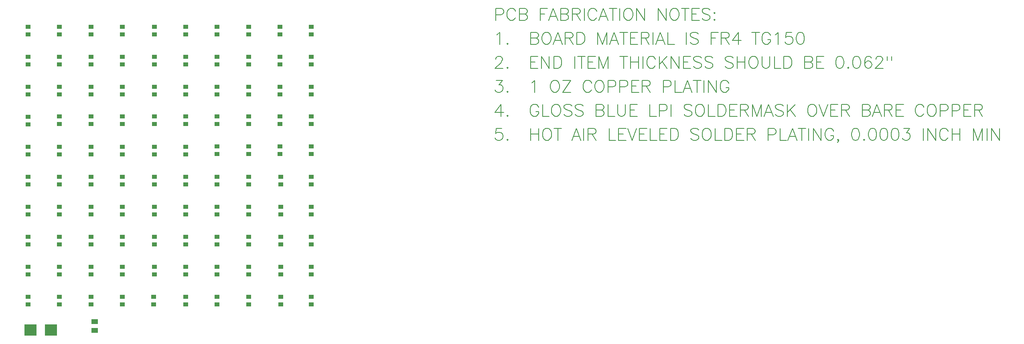
<source format=gbp>
G04 CAM350 V10.1.0 (Build 363) Date:  Mon Jun 15 21:36:37 2015 *
G04 Database: (Untitled) *
G04 Layer 3: PCB1.GBP *
%FSLAX25Y25*%
%MOIN*%
%SFA1.000B1.000*%

%MIA0B0*%
%IPPOS*%
%ADD20R,0.09850X0.09500*%
%ADD45R,0.03937X0.03743*%
%ADD46R,0.05512X0.04134*%
%ADD53C,0.00800*%
%LNPCB1.GBP*%
%LPD*%
G54D20*
X152000Y214000D03*
X135000D03*
G54D45*
X238000Y441650D03*
Y435350D03*
X133000Y460350D03*
Y466650D03*
Y435350D03*
Y441650D03*
Y410350D03*
Y416650D03*
Y385350D03*
Y391650D03*
Y360350D03*
Y366650D03*
Y335350D03*
Y341650D03*
Y310350D03*
Y316650D03*
Y285350D03*
Y291650D03*
Y260350D03*
Y266650D03*
Y235350D03*
Y241650D03*
X159000Y460350D03*
Y466650D03*
Y435350D03*
Y441650D03*
Y410350D03*
Y416650D03*
Y385850D03*
Y392150D03*
Y360350D03*
Y366650D03*
Y335350D03*
Y341650D03*
Y310350D03*
Y316650D03*
Y285350D03*
Y291650D03*
Y260350D03*
Y266650D03*
Y235350D03*
Y241650D03*
X185500Y460350D03*
Y466650D03*
Y435350D03*
Y441650D03*
Y410350D03*
Y416650D03*
Y385850D03*
Y392150D03*
Y360350D03*
Y366650D03*
Y335350D03*
Y341650D03*
Y310350D03*
Y316650D03*
Y285350D03*
Y291650D03*
Y260350D03*
Y266650D03*
Y235350D03*
Y241650D03*
X211500Y460350D03*
Y466650D03*
Y435350D03*
Y441650D03*
Y410350D03*
Y416650D03*
Y385850D03*
Y392150D03*
Y360350D03*
Y366650D03*
Y335350D03*
Y341650D03*
Y310350D03*
Y316650D03*
Y285350D03*
Y291650D03*
Y260350D03*
Y266650D03*
Y235350D03*
Y241650D03*
X238000Y460350D03*
Y466650D03*
Y410350D03*
Y416650D03*
Y385850D03*
Y392150D03*
Y360350D03*
Y366650D03*
Y335350D03*
Y341650D03*
Y310350D03*
Y316650D03*
Y285350D03*
Y291650D03*
Y260350D03*
Y266650D03*
X237500Y235350D03*
Y241650D03*
X264000Y460350D03*
Y466650D03*
Y435350D03*
Y441650D03*
Y410350D03*
Y416650D03*
Y385850D03*
Y392150D03*
Y360350D03*
Y366650D03*
Y335350D03*
Y341650D03*
Y310350D03*
Y316650D03*
Y285350D03*
Y291650D03*
Y260350D03*
Y266650D03*
Y235350D03*
Y241650D03*
X290000Y460350D03*
Y466650D03*
Y435350D03*
Y441650D03*
Y410350D03*
Y416650D03*
Y385850D03*
Y392150D03*
Y360850D03*
Y367150D03*
Y335350D03*
Y341650D03*
Y310350D03*
Y316650D03*
Y285350D03*
Y291650D03*
Y260350D03*
Y266650D03*
Y235350D03*
Y241650D03*
X316500Y460350D03*
Y466650D03*
Y435350D03*
Y441650D03*
Y410350D03*
Y416650D03*
Y385850D03*
Y392150D03*
Y360850D03*
Y367150D03*
Y335350D03*
Y341650D03*
Y310350D03*
Y316650D03*
Y285350D03*
Y291650D03*
Y260350D03*
Y266650D03*
Y235350D03*
Y241650D03*
X342500Y460350D03*
Y466650D03*
Y435350D03*
Y441650D03*
Y410350D03*
Y416650D03*
Y385850D03*
Y392150D03*
Y360850D03*
Y367150D03*
X343000Y335350D03*
Y341650D03*
Y310350D03*
Y316650D03*
Y285350D03*
Y291650D03*
Y260350D03*
Y266650D03*
Y235350D03*
Y241650D03*
X368500Y460350D03*
Y466650D03*
Y435350D03*
Y441650D03*
Y410350D03*
Y416650D03*
Y385850D03*
Y392150D03*
Y360850D03*
Y367150D03*
Y335350D03*
Y341650D03*
Y310350D03*
Y316650D03*
Y285350D03*
Y291650D03*
Y260350D03*
Y266650D03*
Y235350D03*
Y241650D03*
G54D46*
X188500Y213760D03*
Y221240D03*
G54D53*
G01X521755Y482064D02*
Y472220D01*
Y482064D02*
X525974D01*
X527380Y481595D01*
X527849Y481126D01*
X528317Y480189D01*
Y478782D01*
X527849Y477845D01*
X527380Y477376D01*
X525974Y476907D01*
X521755D01*
X538161Y479720D02*
X537692Y480657D01*
X536755Y481595D01*
X535817Y482064D01*
X533942D01*
X533005Y481595D01*
X532067Y480657D01*
X531599Y479720D01*
X531130Y478314D01*
Y475970D01*
X531599Y474564D01*
X532067Y473626D01*
X533005Y472689D01*
X533942Y472220D01*
X535817D01*
X536755Y472689D01*
X537692Y473626D01*
X538161Y474564D01*
X541442Y482064D02*
Y472220D01*
Y482064D02*
X545661D01*
X547067Y481595D01*
X547536Y481126D01*
X548005Y480189D01*
Y479251D01*
X547536Y478314D01*
X547067Y477845D01*
X545661Y477376D01*
X541442D02*
X545661D01*
X547067Y476907D01*
X547536Y476439D01*
X548005Y475501D01*
Y474095D01*
X547536Y473157D01*
X547067Y472689D01*
X545661Y472220D01*
X541442D01*
X558786Y482064D02*
Y472220D01*
Y482064D02*
X564880D01*
X558786Y477376D02*
X562536D01*
X569567Y482064D02*
X565817Y472220D01*
X569567Y482064D02*
X573317Y472220D01*
X567224Y475501D02*
X571911D01*
X575661Y482064D02*
Y472220D01*
Y482064D02*
X579880D01*
X581286Y481595D01*
X581755Y481126D01*
X582224Y480189D01*
Y479251D01*
X581755Y478314D01*
X581286Y477845D01*
X579880Y477376D01*
X575661D02*
X579880D01*
X581286Y476907D01*
X581755Y476439D01*
X582224Y475501D01*
Y474095D01*
X581755Y473157D01*
X581286Y472689D01*
X579880Y472220D01*
X575661D01*
X585505Y482064D02*
Y472220D01*
Y482064D02*
X589724D01*
X591130Y481595D01*
X591599Y481126D01*
X592067Y480189D01*
Y479251D01*
X591599Y478314D01*
X591130Y477845D01*
X589724Y477376D01*
X585505D01*
X588786D02*
X592067Y472220D01*
X595349Y482064D02*
Y472220D01*
X605661Y479720D02*
X605192Y480657D01*
X604255Y481595D01*
X603317Y482064D01*
X601442D01*
X600505Y481595D01*
X599567Y480657D01*
X599099Y479720D01*
X598630Y478314D01*
Y475970D01*
X599099Y474564D01*
X599567Y473626D01*
X600505Y472689D01*
X601442Y472220D01*
X603317D01*
X604255Y472689D01*
X605192Y473626D01*
X605661Y474564D01*
X611286Y482064D02*
X607536Y472220D01*
X611286Y482064D02*
X615036Y472220D01*
X608942Y475501D02*
X613630D01*
X619255Y482064D02*
Y472220D01*
X615974Y482064D02*
X622536D01*
X624880D02*
Y472220D01*
X630974Y482064D02*
X630036Y481595D01*
X629099Y480657D01*
X628630Y479720D01*
X628161Y478314D01*
Y475970D01*
X628630Y474564D01*
X629099Y473626D01*
X630036Y472689D01*
X630974Y472220D01*
X632849D01*
X633786Y472689D01*
X634724Y473626D01*
X635192Y474564D01*
X635661Y475970D01*
Y478314D01*
X635192Y479720D01*
X634724Y480657D01*
X633786Y481595D01*
X632849Y482064D01*
X630974D01*
X638942D02*
Y472220D01*
Y482064D02*
X645505Y472220D01*
Y482064D02*
Y472220D01*
X656755Y482064D02*
Y472220D01*
Y482064D02*
X663317Y472220D01*
Y482064D02*
Y472220D01*
X669411Y482064D02*
X668474Y481595D01*
X667536Y480657D01*
X667067Y479720D01*
X666599Y478314D01*
Y475970D01*
X667067Y474564D01*
X667536Y473626D01*
X668474Y472689D01*
X669411Y472220D01*
X671286D01*
X672224Y472689D01*
X673161Y473626D01*
X673630Y474564D01*
X674099Y475970D01*
Y478314D01*
X673630Y479720D01*
X673161Y480657D01*
X672224Y481595D01*
X671286Y482064D01*
X669411D01*
X679255D02*
Y472220D01*
X675974Y482064D02*
X682536D01*
X684880D02*
Y472220D01*
Y482064D02*
X690974D01*
X684880Y477376D02*
X688630D01*
X684880Y472220D02*
X690974D01*
X699880Y480657D02*
X698942Y481595D01*
X697536Y482064D01*
X695661D01*
X694255Y481595D01*
X693317Y480657D01*
Y479720D01*
X693786Y478782D01*
X694255Y478314D01*
X695192Y477845D01*
X698005Y476907D01*
X698942Y476439D01*
X699411Y475970D01*
X699880Y475032D01*
Y473626D01*
X698942Y472689D01*
X697536Y472220D01*
X695661D01*
X694255Y472689D01*
X693317Y473626D01*
X703630Y478782D02*
X703161Y478314D01*
X703630Y477845D01*
X704099Y478314D01*
X703630Y478782D01*
Y473157D02*
X703161Y472689D01*
X703630Y472220D01*
X704099Y472689D01*
X703630Y473157D01*
X522692Y460189D02*
X523630Y460657D01*
X525036Y462064D01*
Y452220D01*
X531599Y453157D02*
X531130Y452689D01*
X531599Y452220D01*
X532067Y452689D01*
X531599Y453157D01*
X550817Y462064D02*
Y452220D01*
Y462064D02*
X555036D01*
X556442Y461595D01*
X556911Y461126D01*
X557380Y460189D01*
Y459251D01*
X556911Y458314D01*
X556442Y457845D01*
X555036Y457376D01*
X550817D02*
X555036D01*
X556442Y456907D01*
X556911Y456439D01*
X557380Y455501D01*
Y454095D01*
X556911Y453157D01*
X556442Y452689D01*
X555036Y452220D01*
X550817D01*
X563005Y462064D02*
X562067Y461595D01*
X561130Y460657D01*
X560661Y459720D01*
X560192Y458314D01*
Y455970D01*
X560661Y454564D01*
X561130Y453626D01*
X562067Y452689D01*
X563005Y452220D01*
X564880D01*
X565817Y452689D01*
X566755Y453626D01*
X567224Y454564D01*
X567692Y455970D01*
Y458314D01*
X567224Y459720D01*
X566755Y460657D01*
X565817Y461595D01*
X564880Y462064D01*
X563005D01*
X573317D02*
X569567Y452220D01*
X573317Y462064D02*
X577067Y452220D01*
X570974Y455501D02*
X575661D01*
X579411Y462064D02*
Y452220D01*
Y462064D02*
X583630D01*
X585036Y461595D01*
X585505Y461126D01*
X585974Y460189D01*
Y459251D01*
X585505Y458314D01*
X585036Y457845D01*
X583630Y457376D01*
X579411D01*
X582692D02*
X585974Y452220D01*
X589255Y462064D02*
Y452220D01*
Y462064D02*
X592536D01*
X593942Y461595D01*
X594880Y460657D01*
X595349Y459720D01*
X595817Y458314D01*
Y455970D01*
X595349Y454564D01*
X594880Y453626D01*
X593942Y452689D01*
X592536Y452220D01*
X589255D01*
X606599Y462064D02*
Y452220D01*
Y462064D02*
X610349Y452220D01*
X614099Y462064D02*
X610349Y452220D01*
X614099Y462064D02*
Y452220D01*
X620192Y462064D02*
X616442Y452220D01*
X620192Y462064D02*
X623942Y452220D01*
X617849Y455501D02*
X622536D01*
X628161Y462064D02*
Y452220D01*
X624880Y462064D02*
X631442D01*
X633786D02*
Y452220D01*
Y462064D02*
X639880D01*
X633786Y457376D02*
X637536D01*
X633786Y452220D02*
X639880D01*
X642692Y462064D02*
Y452220D01*
Y462064D02*
X646911D01*
X648317Y461595D01*
X648786Y461126D01*
X649255Y460189D01*
Y459251D01*
X648786Y458314D01*
X648317Y457845D01*
X646911Y457376D01*
X642692D01*
X645974D02*
X649255Y452220D01*
X652536Y462064D02*
Y452220D01*
X658630Y462064D02*
X654880Y452220D01*
X658630Y462064D02*
X662380Y452220D01*
X656286Y455501D02*
X660974D01*
X664724Y462064D02*
Y452220D01*
Y452220D02*
X670349D01*
X680192Y462064D02*
Y452220D01*
X690036Y460657D02*
X689099Y461595D01*
X687692Y462064D01*
X685817D01*
X684411Y461595D01*
X683474Y460657D01*
Y459720D01*
X683942Y458782D01*
X684411Y458314D01*
X685349Y457845D01*
X688161Y456907D01*
X689099Y456439D01*
X689567Y455970D01*
X690036Y455032D01*
Y453626D01*
X689099Y452689D01*
X687692Y452220D01*
X685817D01*
X684411Y452689D01*
X683474Y453626D01*
X700817Y462064D02*
Y452220D01*
Y462064D02*
X706911D01*
X700817Y457376D02*
X704567D01*
X709255Y462064D02*
Y452220D01*
Y462064D02*
X713474D01*
X714880Y461595D01*
X715349Y461126D01*
X715817Y460189D01*
Y459251D01*
X715349Y458314D01*
X714880Y457845D01*
X713474Y457376D01*
X709255D01*
X712536D02*
X715817Y452220D01*
X723317Y462064D02*
X718630Y455501D01*
X725661D01*
X723317Y462064D02*
Y452220D01*
X737849Y462064D02*
Y452220D01*
X734567Y462064D02*
X741130D01*
X750036Y459720D02*
X749567Y460657D01*
X748630Y461595D01*
X747692Y462064D01*
X745817D01*
X744880Y461595D01*
X743942Y460657D01*
X743474Y459720D01*
X743005Y458314D01*
Y455970D01*
X743474Y454564D01*
X743942Y453626D01*
X744880Y452689D01*
X745817Y452220D01*
X747692D01*
X748630Y452689D01*
X749567Y453626D01*
X750036Y454564D01*
Y455970D01*
X747692D02*
X750036D01*
X754255Y460189D02*
X755192Y460657D01*
X756599Y462064D01*
Y452220D01*
X767849Y462064D02*
X763161D01*
X762692Y457845D01*
X763161Y458314D01*
X764567Y458782D01*
X765974D01*
X767380Y458314D01*
X768317Y457376D01*
X768786Y455970D01*
Y455032D01*
X768317Y453626D01*
X767380Y452689D01*
X765974Y452220D01*
X764567D01*
X763161Y452689D01*
X762692Y453157D01*
X762224Y454095D01*
X774411Y462064D02*
X773005Y461595D01*
X772067Y460189D01*
X771599Y457845D01*
Y456439D01*
X772067Y454095D01*
X773005Y452689D01*
X774411Y452220D01*
X775349D01*
X776755Y452689D01*
X777692Y454095D01*
X778161Y456439D01*
Y457845D01*
X777692Y460189D01*
X776755Y461595D01*
X775349Y462064D01*
X774411D01*
X521755Y439720D02*
Y440189D01*
X522224Y441126D01*
X522692Y441595D01*
X523630Y442064D01*
X525505D01*
X526442Y441595D01*
X526911Y441126D01*
X527380Y440189D01*
Y439251D01*
X526911Y438314D01*
X525974Y436907D01*
X521286Y432220D01*
X527849D01*
X531599Y433157D02*
X531130Y432689D01*
X531599Y432220D01*
X532067Y432689D01*
X531599Y433157D01*
X550817Y442064D02*
Y432220D01*
Y442064D02*
X556911D01*
X550817Y437376D02*
X554567D01*
X550817Y432220D02*
X556911D01*
X559724Y442064D02*
Y432220D01*
Y442064D02*
X566286Y432220D01*
Y442064D02*
Y432220D01*
X570036Y442064D02*
Y432220D01*
Y442064D02*
X573317D01*
X574724Y441595D01*
X575661Y440657D01*
X576130Y439720D01*
X576599Y438314D01*
Y435970D01*
X576130Y434564D01*
X575661Y433626D01*
X574724Y432689D01*
X573317Y432220D01*
X570036D01*
X587380Y442064D02*
Y432220D01*
X593005Y442064D02*
Y432220D01*
X589724Y442064D02*
X596286D01*
X598630D02*
Y432220D01*
Y442064D02*
X604724D01*
X598630Y437376D02*
X602380D01*
X598630Y432220D02*
X604724D01*
X607536Y442064D02*
Y432220D01*
Y442064D02*
X611286Y432220D01*
X615036Y442064D02*
X611286Y432220D01*
X615036Y442064D02*
Y432220D01*
X628161Y442064D02*
Y432220D01*
X624880Y442064D02*
X631442D01*
X633786D02*
Y432220D01*
X640349Y442064D02*
Y432220D01*
X633786Y437376D02*
X640349D01*
X644099Y442064D02*
Y432220D01*
X654411Y439720D02*
X653942Y440657D01*
X653005Y441595D01*
X652067Y442064D01*
X650192D01*
X649255Y441595D01*
X648317Y440657D01*
X647849Y439720D01*
X647380Y438314D01*
Y435970D01*
X647849Y434564D01*
X648317Y433626D01*
X649255Y432689D01*
X650192Y432220D01*
X652067D01*
X653005Y432689D01*
X653942Y433626D01*
X654411Y434564D01*
X657692Y442064D02*
Y432220D01*
X664255Y442064D02*
X657692Y435501D01*
X660036Y437845D02*
X664255Y432220D01*
X667536Y442064D02*
Y432220D01*
Y442064D02*
X674099Y432220D01*
Y442064D02*
Y432220D01*
X677849Y442064D02*
Y432220D01*
Y442064D02*
X683942D01*
X677849Y437376D02*
X681599D01*
X677849Y432220D02*
X683942D01*
X692849Y440657D02*
X691911Y441595D01*
X690505Y442064D01*
X688630D01*
X687224Y441595D01*
X686286Y440657D01*
Y439720D01*
X686755Y438782D01*
X687224Y438314D01*
X688161Y437845D01*
X690974Y436907D01*
X691911Y436439D01*
X692380Y435970D01*
X692849Y435032D01*
Y433626D01*
X691911Y432689D01*
X690505Y432220D01*
X688630D01*
X687224Y432689D01*
X686286Y433626D01*
X702224Y440657D02*
X701286Y441595D01*
X699880Y442064D01*
X698005D01*
X696599Y441595D01*
X695661Y440657D01*
Y439720D01*
X696130Y438782D01*
X696599Y438314D01*
X697536Y437845D01*
X700349Y436907D01*
X701286Y436439D01*
X701755Y435970D01*
X702224Y435032D01*
Y433626D01*
X701286Y432689D01*
X699880Y432220D01*
X698005D01*
X696599Y432689D01*
X695661Y433626D01*
X719099Y440657D02*
X718161Y441595D01*
X716755Y442064D01*
X714880D01*
X713474Y441595D01*
X712536Y440657D01*
Y439720D01*
X713005Y438782D01*
X713474Y438314D01*
X714411Y437845D01*
X717224Y436907D01*
X718161Y436439D01*
X718630Y435970D01*
X719099Y435032D01*
Y433626D01*
X718161Y432689D01*
X716755Y432220D01*
X714880D01*
X713474Y432689D01*
X712536Y433626D01*
X722380Y442064D02*
Y432220D01*
X728942Y442064D02*
Y432220D01*
X722380Y437376D02*
X728942D01*
X735036Y442064D02*
X734099Y441595D01*
X733161Y440657D01*
X732692Y439720D01*
X732224Y438314D01*
Y435970D01*
X732692Y434564D01*
X733161Y433626D01*
X734099Y432689D01*
X735036Y432220D01*
X736911D01*
X737849Y432689D01*
X738786Y433626D01*
X739255Y434564D01*
X739724Y435970D01*
Y438314D01*
X739255Y439720D01*
X738786Y440657D01*
X737849Y441595D01*
X736911Y442064D01*
X735036D01*
X743005D02*
Y435032D01*
X743474Y433626D01*
X744411Y432689D01*
X745817Y432220D01*
X746755D01*
X748161Y432689D01*
X749099Y433626D01*
X749567Y435032D01*
Y442064D01*
X753317D02*
Y432220D01*
Y432220D02*
X758942D01*
X761286Y442064D02*
Y432220D01*
Y442064D02*
X764567D01*
X765974Y441595D01*
X766911Y440657D01*
X767380Y439720D01*
X767849Y438314D01*
Y435970D01*
X767380Y434564D01*
X766911Y433626D01*
X765974Y432689D01*
X764567Y432220D01*
X761286D01*
X778630Y442064D02*
Y432220D01*
Y442064D02*
X782849D01*
X784255Y441595D01*
X784724Y441126D01*
X785192Y440189D01*
Y439251D01*
X784724Y438314D01*
X784255Y437845D01*
X782849Y437376D01*
X778630D02*
X782849D01*
X784255Y436907D01*
X784724Y436439D01*
X785192Y435501D01*
Y434095D01*
X784724Y433157D01*
X784255Y432689D01*
X782849Y432220D01*
X778630D01*
X788474Y442064D02*
Y432220D01*
Y442064D02*
X794567D01*
X788474Y437376D02*
X792224D01*
X788474Y432220D02*
X794567D01*
X807224Y442064D02*
X805817Y441595D01*
X804880Y440189D01*
X804411Y437845D01*
Y436439D01*
X804880Y434095D01*
X805817Y432689D01*
X807224Y432220D01*
X808161D01*
X809567Y432689D01*
X810505Y434095D01*
X810974Y436439D01*
Y437845D01*
X810505Y440189D01*
X809567Y441595D01*
X808161Y442064D01*
X807224D01*
X814724Y433157D02*
X814255Y432689D01*
X814724Y432220D01*
X815192Y432689D01*
X814724Y433157D01*
X821286Y442064D02*
X819880Y441595D01*
X818942Y440189D01*
X818474Y437845D01*
Y436439D01*
X818942Y434095D01*
X819880Y432689D01*
X821286Y432220D01*
X822224D01*
X823630Y432689D01*
X824567Y434095D01*
X825036Y436439D01*
Y437845D01*
X824567Y440189D01*
X823630Y441595D01*
X822224Y442064D01*
X821286D01*
X833942Y440657D02*
X833474Y441595D01*
X832067Y442064D01*
X831130D01*
X829724Y441595D01*
X828786Y440189D01*
X828317Y437845D01*
Y435501D01*
X828786Y433626D01*
X829724Y432689D01*
X831130Y432220D01*
X831599D01*
X833005Y432689D01*
X833942Y433626D01*
X834411Y435032D01*
Y435501D01*
X833942Y436907D01*
X833005Y437845D01*
X831599Y438314D01*
X831130D01*
X829724Y437845D01*
X828786Y436907D01*
X828317Y435501D01*
X837692Y439720D02*
Y440189D01*
X838161Y441126D01*
X838630Y441595D01*
X839567Y442064D01*
X841442D01*
X842380Y441595D01*
X842849Y441126D01*
X843317Y440189D01*
Y439251D01*
X842849Y438314D01*
X841911Y436907D01*
X837224Y432220D01*
X843786D01*
X847067Y442064D02*
Y438782D01*
X850817Y442064D02*
Y438782D01*
X522224Y422064D02*
X527380D01*
X524567Y418314D01*
X525974D01*
X526911Y417845D01*
X527380Y417376D01*
X527849Y415970D01*
Y415032D01*
X527380Y413626D01*
X526442Y412689D01*
X525036Y412220D01*
X523630D01*
X522224Y412689D01*
X521755Y413157D01*
X521286Y414095D01*
X531599Y413157D02*
X531130Y412689D01*
X531599Y412220D01*
X532067Y412689D01*
X531599Y413157D01*
X551755Y420189D02*
X552692Y420657D01*
X554099Y422064D01*
Y412220D01*
X570036Y422064D02*
X569099Y421595D01*
X568161Y420657D01*
X567692Y419720D01*
X567224Y418314D01*
Y415970D01*
X567692Y414564D01*
X568161Y413626D01*
X569099Y412689D01*
X570036Y412220D01*
X571911D01*
X572849Y412689D01*
X573786Y413626D01*
X574255Y414564D01*
X574724Y415970D01*
Y418314D01*
X574255Y419720D01*
X573786Y420657D01*
X572849Y421595D01*
X571911Y422064D01*
X570036D01*
X584099D02*
X577536Y412220D01*
Y422064D02*
X584099D01*
X577536Y412220D02*
X584099D01*
X601442Y419720D02*
X600974Y420657D01*
X600036Y421595D01*
X599099Y422064D01*
X597224D01*
X596286Y421595D01*
X595349Y420657D01*
X594880Y419720D01*
X594411Y418314D01*
Y415970D01*
X594880Y414564D01*
X595349Y413626D01*
X596286Y412689D01*
X597224Y412220D01*
X599099D01*
X600036Y412689D01*
X600974Y413626D01*
X601442Y414564D01*
X607067Y422064D02*
X606130Y421595D01*
X605192Y420657D01*
X604724Y419720D01*
X604255Y418314D01*
Y415970D01*
X604724Y414564D01*
X605192Y413626D01*
X606130Y412689D01*
X607067Y412220D01*
X608942D01*
X609880Y412689D01*
X610817Y413626D01*
X611286Y414564D01*
X611755Y415970D01*
Y418314D01*
X611286Y419720D01*
X610817Y420657D01*
X609880Y421595D01*
X608942Y422064D01*
X607067D01*
X615036D02*
Y412220D01*
Y422064D02*
X619255D01*
X620661Y421595D01*
X621130Y421126D01*
X621599Y420189D01*
Y418782D01*
X621130Y417845D01*
X620661Y417376D01*
X619255Y416907D01*
X615036D01*
X624880Y422064D02*
Y412220D01*
Y422064D02*
X629099D01*
X630505Y421595D01*
X630974Y421126D01*
X631442Y420189D01*
Y418782D01*
X630974Y417845D01*
X630505Y417376D01*
X629099Y416907D01*
X624880D01*
X634724Y422064D02*
Y412220D01*
Y422064D02*
X640817D01*
X634724Y417376D02*
X638474D01*
X634724Y412220D02*
X640817D01*
X643630Y422064D02*
Y412220D01*
Y422064D02*
X647849D01*
X649255Y421595D01*
X649724Y421126D01*
X650192Y420189D01*
Y419251D01*
X649724Y418314D01*
X649255Y417845D01*
X647849Y417376D01*
X643630D01*
X646911D02*
X650192Y412220D01*
X660974Y422064D02*
Y412220D01*
Y422064D02*
X665192D01*
X666599Y421595D01*
X667067Y421126D01*
X667536Y420189D01*
Y418782D01*
X667067Y417845D01*
X666599Y417376D01*
X665192Y416907D01*
X660974D01*
X670817Y422064D02*
Y412220D01*
Y412220D02*
X676442D01*
X681130Y422064D02*
X677380Y412220D01*
X681130Y422064D02*
X684880Y412220D01*
X678786Y415501D02*
X683474D01*
X689099Y422064D02*
Y412220D01*
X685817Y422064D02*
X692380D01*
X694724D02*
Y412220D01*
X698474Y422064D02*
Y412220D01*
Y422064D02*
X705036Y412220D01*
Y422064D02*
Y412220D01*
X715349Y419720D02*
X714880Y420657D01*
X713942Y421595D01*
X713005Y422064D01*
X711130D01*
X710192Y421595D01*
X709255Y420657D01*
X708786Y419720D01*
X708317Y418314D01*
Y415970D01*
X708786Y414564D01*
X709255Y413626D01*
X710192Y412689D01*
X711130Y412220D01*
X713005D01*
X713942Y412689D01*
X714880Y413626D01*
X715349Y414564D01*
Y415970D01*
X713005D02*
X715349D01*
X525974Y402064D02*
X521286Y395501D01*
X528317D01*
X525974Y402064D02*
Y392220D01*
X531599Y393157D02*
X531130Y392689D01*
X531599Y392220D01*
X532067Y392689D01*
X531599Y393157D01*
X557380Y399720D02*
X556911Y400657D01*
X555974Y401595D01*
X555036Y402064D01*
X553161D01*
X552224Y401595D01*
X551286Y400657D01*
X550817Y399720D01*
X550349Y398314D01*
Y395970D01*
X550817Y394564D01*
X551286Y393626D01*
X552224Y392689D01*
X553161Y392220D01*
X555036D01*
X555974Y392689D01*
X556911Y393626D01*
X557380Y394564D01*
Y395970D01*
X555036D02*
X557380D01*
X560661Y402064D02*
Y392220D01*
Y392220D02*
X566286D01*
X570974Y402064D02*
X570036Y401595D01*
X569099Y400657D01*
X568630Y399720D01*
X568161Y398314D01*
Y395970D01*
X568630Y394564D01*
X569099Y393626D01*
X570036Y392689D01*
X570974Y392220D01*
X572849D01*
X573786Y392689D01*
X574724Y393626D01*
X575192Y394564D01*
X575661Y395970D01*
Y398314D01*
X575192Y399720D01*
X574724Y400657D01*
X573786Y401595D01*
X572849Y402064D01*
X570974D01*
X585036Y400657D02*
X584099Y401595D01*
X582692Y402064D01*
X580817D01*
X579411Y401595D01*
X578474Y400657D01*
Y399720D01*
X578942Y398782D01*
X579411Y398314D01*
X580349Y397845D01*
X583161Y396907D01*
X584099Y396439D01*
X584567Y395970D01*
X585036Y395032D01*
Y393626D01*
X584099Y392689D01*
X582692Y392220D01*
X580817D01*
X579411Y392689D01*
X578474Y393626D01*
X594411Y400657D02*
X593474Y401595D01*
X592067Y402064D01*
X590192D01*
X588786Y401595D01*
X587849Y400657D01*
Y399720D01*
X588317Y398782D01*
X588786Y398314D01*
X589724Y397845D01*
X592536Y396907D01*
X593474Y396439D01*
X593942Y395970D01*
X594411Y395032D01*
Y393626D01*
X593474Y392689D01*
X592067Y392220D01*
X590192D01*
X588786Y392689D01*
X587849Y393626D01*
X605192Y402064D02*
Y392220D01*
Y402064D02*
X609411D01*
X610817Y401595D01*
X611286Y401126D01*
X611755Y400189D01*
Y399251D01*
X611286Y398314D01*
X610817Y397845D01*
X609411Y397376D01*
X605192D02*
X609411D01*
X610817Y396907D01*
X611286Y396439D01*
X611755Y395501D01*
Y394095D01*
X611286Y393157D01*
X610817Y392689D01*
X609411Y392220D01*
X605192D01*
X615036Y402064D02*
Y392220D01*
Y392220D02*
X620661D01*
X623005Y402064D02*
Y395032D01*
X623474Y393626D01*
X624411Y392689D01*
X625817Y392220D01*
X626755D01*
X628161Y392689D01*
X629099Y393626D01*
X629567Y395032D01*
Y402064D01*
X633317D02*
Y392220D01*
Y402064D02*
X639411D01*
X633317Y397376D02*
X637067D01*
X633317Y392220D02*
X639411D01*
X649724Y402064D02*
Y392220D01*
Y392220D02*
X655349D01*
X657692Y402064D02*
Y392220D01*
Y402064D02*
X661911D01*
X663317Y401595D01*
X663786Y401126D01*
X664255Y400189D01*
Y398782D01*
X663786Y397845D01*
X663317Y397376D01*
X661911Y396907D01*
X657692D01*
X667536Y402064D02*
Y392220D01*
X684880Y400657D02*
X683942Y401595D01*
X682536Y402064D01*
X680661D01*
X679255Y401595D01*
X678317Y400657D01*
Y399720D01*
X678786Y398782D01*
X679255Y398314D01*
X680192Y397845D01*
X683005Y396907D01*
X683942Y396439D01*
X684411Y395970D01*
X684880Y395032D01*
Y393626D01*
X683942Y392689D01*
X682536Y392220D01*
X680661D01*
X679255Y392689D01*
X678317Y393626D01*
X690505Y402064D02*
X689567Y401595D01*
X688630Y400657D01*
X688161Y399720D01*
X687692Y398314D01*
Y395970D01*
X688161Y394564D01*
X688630Y393626D01*
X689567Y392689D01*
X690505Y392220D01*
X692380D01*
X693317Y392689D01*
X694255Y393626D01*
X694724Y394564D01*
X695192Y395970D01*
Y398314D01*
X694724Y399720D01*
X694255Y400657D01*
X693317Y401595D01*
X692380Y402064D01*
X690505D01*
X698474D02*
Y392220D01*
Y392220D02*
X704099D01*
X706442Y402064D02*
Y392220D01*
Y402064D02*
X709724D01*
X711130Y401595D01*
X712067Y400657D01*
X712536Y399720D01*
X713005Y398314D01*
Y395970D01*
X712536Y394564D01*
X712067Y393626D01*
X711130Y392689D01*
X709724Y392220D01*
X706442D01*
X716286Y402064D02*
Y392220D01*
Y402064D02*
X722380D01*
X716286Y397376D02*
X720036D01*
X716286Y392220D02*
X722380D01*
X725192Y402064D02*
Y392220D01*
Y402064D02*
X729411D01*
X730817Y401595D01*
X731286Y401126D01*
X731755Y400189D01*
Y399251D01*
X731286Y398314D01*
X730817Y397845D01*
X729411Y397376D01*
X725192D01*
X728474D02*
X731755Y392220D01*
X735036Y402064D02*
Y392220D01*
Y402064D02*
X738786Y392220D01*
X742536Y402064D02*
X738786Y392220D01*
X742536Y402064D02*
Y392220D01*
X748630Y402064D02*
X744880Y392220D01*
X748630Y402064D02*
X752380Y392220D01*
X746286Y395501D02*
X750974D01*
X760817Y400657D02*
X759880Y401595D01*
X758474Y402064D01*
X756599D01*
X755192Y401595D01*
X754255Y400657D01*
Y399720D01*
X754724Y398782D01*
X755192Y398314D01*
X756130Y397845D01*
X758942Y396907D01*
X759880Y396439D01*
X760349Y395970D01*
X760817Y395032D01*
Y393626D01*
X759880Y392689D01*
X758474Y392220D01*
X756599D01*
X755192Y392689D01*
X754255Y393626D01*
X764099Y402064D02*
Y392220D01*
X770661Y402064D02*
X764099Y395501D01*
X766442Y397845D02*
X770661Y392220D01*
X783786Y402064D02*
X782849Y401595D01*
X781911Y400657D01*
X781442Y399720D01*
X780974Y398314D01*
Y395970D01*
X781442Y394564D01*
X781911Y393626D01*
X782849Y392689D01*
X783786Y392220D01*
X785661D01*
X786599Y392689D01*
X787536Y393626D01*
X788005Y394564D01*
X788474Y395970D01*
Y398314D01*
X788005Y399720D01*
X787536Y400657D01*
X786599Y401595D01*
X785661Y402064D01*
X783786D01*
X790349D02*
X794099Y392220D01*
X797849Y402064D02*
X794099Y392220D01*
X800192Y402064D02*
Y392220D01*
Y402064D02*
X806286D01*
X800192Y397376D02*
X803942D01*
X800192Y392220D02*
X806286D01*
X809099Y402064D02*
Y392220D01*
Y402064D02*
X813317D01*
X814724Y401595D01*
X815192Y401126D01*
X815661Y400189D01*
Y399251D01*
X815192Y398314D01*
X814724Y397845D01*
X813317Y397376D01*
X809099D01*
X812380D02*
X815661Y392220D01*
X826442Y402064D02*
Y392220D01*
Y402064D02*
X830661D01*
X832067Y401595D01*
X832536Y401126D01*
X833005Y400189D01*
Y399251D01*
X832536Y398314D01*
X832067Y397845D01*
X830661Y397376D01*
X826442D02*
X830661D01*
X832067Y396907D01*
X832536Y396439D01*
X833005Y395501D01*
Y394095D01*
X832536Y393157D01*
X832067Y392689D01*
X830661Y392220D01*
X826442D01*
X838630Y402064D02*
X834880Y392220D01*
X838630Y402064D02*
X842380Y392220D01*
X836286Y395501D02*
X840974D01*
X844724Y402064D02*
Y392220D01*
Y402064D02*
X848942D01*
X850349Y401595D01*
X850817Y401126D01*
X851286Y400189D01*
Y399251D01*
X850817Y398314D01*
X850349Y397845D01*
X848942Y397376D01*
X844724D01*
X848005D02*
X851286Y392220D01*
X854567Y402064D02*
Y392220D01*
Y402064D02*
X860661D01*
X854567Y397376D02*
X858317D01*
X854567Y392220D02*
X860661D01*
X877536Y399720D02*
X877067Y400657D01*
X876130Y401595D01*
X875192Y402064D01*
X873317D01*
X872380Y401595D01*
X871442Y400657D01*
X870974Y399720D01*
X870505Y398314D01*
Y395970D01*
X870974Y394564D01*
X871442Y393626D01*
X872380Y392689D01*
X873317Y392220D01*
X875192D01*
X876130Y392689D01*
X877067Y393626D01*
X877536Y394564D01*
X883161Y402064D02*
X882224Y401595D01*
X881286Y400657D01*
X880817Y399720D01*
X880349Y398314D01*
Y395970D01*
X880817Y394564D01*
X881286Y393626D01*
X882224Y392689D01*
X883161Y392220D01*
X885036D01*
X885974Y392689D01*
X886911Y393626D01*
X887380Y394564D01*
X887849Y395970D01*
Y398314D01*
X887380Y399720D01*
X886911Y400657D01*
X885974Y401595D01*
X885036Y402064D01*
X883161D01*
X891130D02*
Y392220D01*
Y402064D02*
X895349D01*
X896755Y401595D01*
X897224Y401126D01*
X897692Y400189D01*
Y398782D01*
X897224Y397845D01*
X896755Y397376D01*
X895349Y396907D01*
X891130D01*
X900974Y402064D02*
Y392220D01*
Y402064D02*
X905192D01*
X906599Y401595D01*
X907067Y401126D01*
X907536Y400189D01*
Y398782D01*
X907067Y397845D01*
X906599Y397376D01*
X905192Y396907D01*
X900974D01*
X910817Y402064D02*
Y392220D01*
Y402064D02*
X916911D01*
X910817Y397376D02*
X914567D01*
X910817Y392220D02*
X916911D01*
X919724Y402064D02*
Y392220D01*
Y402064D02*
X923942D01*
X925349Y401595D01*
X925817Y401126D01*
X926286Y400189D01*
Y399251D01*
X925817Y398314D01*
X925349Y397845D01*
X923942Y397376D01*
X919724D01*
X923005D02*
X926286Y392220D01*
X526911Y382064D02*
X522224D01*
X521755Y377845D01*
X522224Y378314D01*
X523630Y378782D01*
X525036D01*
X526442Y378314D01*
X527380Y377376D01*
X527849Y375970D01*
Y375032D01*
X527380Y373626D01*
X526442Y372689D01*
X525036Y372220D01*
X523630D01*
X522224Y372689D01*
X521755Y373157D01*
X521286Y374095D01*
X531599Y373157D02*
X531130Y372689D01*
X531599Y372220D01*
X532067Y372689D01*
X531599Y373157D01*
X550817Y382064D02*
Y372220D01*
X557380Y382064D02*
Y372220D01*
X550817Y377376D02*
X557380D01*
X563474Y382064D02*
X562536Y381595D01*
X561599Y380657D01*
X561130Y379720D01*
X560661Y378314D01*
Y375970D01*
X561130Y374564D01*
X561599Y373626D01*
X562536Y372689D01*
X563474Y372220D01*
X565349D01*
X566286Y372689D01*
X567224Y373626D01*
X567692Y374564D01*
X568161Y375970D01*
Y378314D01*
X567692Y379720D01*
X567224Y380657D01*
X566286Y381595D01*
X565349Y382064D01*
X563474D01*
X573317D02*
Y372220D01*
X570036Y382064D02*
X576599D01*
X588786D02*
X585036Y372220D01*
X588786Y382064D02*
X592536Y372220D01*
X586442Y375501D02*
X591130D01*
X594880Y382064D02*
Y372220D01*
X598630Y382064D02*
Y372220D01*
Y382064D02*
X602849D01*
X604255Y381595D01*
X604724Y381126D01*
X605192Y380189D01*
Y379251D01*
X604724Y378314D01*
X604255Y377845D01*
X602849Y377376D01*
X598630D01*
X601911D02*
X605192Y372220D01*
X615974Y382064D02*
Y372220D01*
Y372220D02*
X621599D01*
X623942Y382064D02*
Y372220D01*
Y382064D02*
X630036D01*
X623942Y377376D02*
X627692D01*
X623942Y372220D02*
X630036D01*
X631442Y382064D02*
X635192Y372220D01*
X638942Y382064D02*
X635192Y372220D01*
X641286Y382064D02*
Y372220D01*
Y382064D02*
X647380D01*
X641286Y377376D02*
X645036D01*
X641286Y372220D02*
X647380D01*
X650192Y382064D02*
Y372220D01*
Y372220D02*
X655817D01*
X658161Y382064D02*
Y372220D01*
Y382064D02*
X664255D01*
X658161Y377376D02*
X661911D01*
X658161Y372220D02*
X664255D01*
X667067Y382064D02*
Y372220D01*
Y382064D02*
X670349D01*
X671755Y381595D01*
X672692Y380657D01*
X673161Y379720D01*
X673630Y378314D01*
Y375970D01*
X673161Y374564D01*
X672692Y373626D01*
X671755Y372689D01*
X670349Y372220D01*
X667067D01*
X690505Y380657D02*
X689567Y381595D01*
X688161Y382064D01*
X686286D01*
X684880Y381595D01*
X683942Y380657D01*
Y379720D01*
X684411Y378782D01*
X684880Y378314D01*
X685817Y377845D01*
X688630Y376907D01*
X689567Y376439D01*
X690036Y375970D01*
X690505Y375032D01*
Y373626D01*
X689567Y372689D01*
X688161Y372220D01*
X686286D01*
X684880Y372689D01*
X683942Y373626D01*
X696130Y382064D02*
X695192Y381595D01*
X694255Y380657D01*
X693786Y379720D01*
X693317Y378314D01*
Y375970D01*
X693786Y374564D01*
X694255Y373626D01*
X695192Y372689D01*
X696130Y372220D01*
X698005D01*
X698942Y372689D01*
X699880Y373626D01*
X700349Y374564D01*
X700817Y375970D01*
Y378314D01*
X700349Y379720D01*
X699880Y380657D01*
X698942Y381595D01*
X698005Y382064D01*
X696130D01*
X704099D02*
Y372220D01*
Y372220D02*
X709724D01*
X712067Y382064D02*
Y372220D01*
Y382064D02*
X715349D01*
X716755Y381595D01*
X717692Y380657D01*
X718161Y379720D01*
X718630Y378314D01*
Y375970D01*
X718161Y374564D01*
X717692Y373626D01*
X716755Y372689D01*
X715349Y372220D01*
X712067D01*
X721911Y382064D02*
Y372220D01*
Y382064D02*
X728005D01*
X721911Y377376D02*
X725661D01*
X721911Y372220D02*
X728005D01*
X730817Y382064D02*
Y372220D01*
Y382064D02*
X735036D01*
X736442Y381595D01*
X736911Y381126D01*
X737380Y380189D01*
Y379251D01*
X736911Y378314D01*
X736442Y377845D01*
X735036Y377376D01*
X730817D01*
X734099D02*
X737380Y372220D01*
X748161Y382064D02*
Y372220D01*
Y382064D02*
X752380D01*
X753786Y381595D01*
X754255Y381126D01*
X754724Y380189D01*
Y378782D01*
X754255Y377845D01*
X753786Y377376D01*
X752380Y376907D01*
X748161D01*
X758005Y382064D02*
Y372220D01*
Y372220D02*
X763630D01*
X768317Y382064D02*
X764567Y372220D01*
X768317Y382064D02*
X772067Y372220D01*
X765974Y375501D02*
X770661D01*
X776286Y382064D02*
Y372220D01*
X773005Y382064D02*
X779567D01*
X781911D02*
Y372220D01*
X785661Y382064D02*
Y372220D01*
Y382064D02*
X792224Y372220D01*
Y382064D02*
Y372220D01*
X802536Y379720D02*
X802067Y380657D01*
X801130Y381595D01*
X800192Y382064D01*
X798317D01*
X797380Y381595D01*
X796442Y380657D01*
X795974Y379720D01*
X795505Y378314D01*
Y375970D01*
X795974Y374564D01*
X796442Y373626D01*
X797380Y372689D01*
X798317Y372220D01*
X800192D01*
X801130Y372689D01*
X802067Y373626D01*
X802536Y374564D01*
Y375970D01*
X800192D02*
X802536D01*
X806755Y372689D02*
X806286Y372220D01*
X805817Y372689D01*
X806286Y373157D01*
X806755Y372689D01*
Y371751D01*
X806286Y370814D01*
X805817Y370345D01*
X820349Y382064D02*
X818942Y381595D01*
X818005Y380189D01*
X817536Y377845D01*
Y376439D01*
X818005Y374095D01*
X818942Y372689D01*
X820349Y372220D01*
X821286D01*
X822692Y372689D01*
X823630Y374095D01*
X824099Y376439D01*
Y377845D01*
X823630Y380189D01*
X822692Y381595D01*
X821286Y382064D01*
X820349D01*
X827849Y373157D02*
X827380Y372689D01*
X827849Y372220D01*
X828317Y372689D01*
X827849Y373157D01*
X834411Y382064D02*
X833005Y381595D01*
X832067Y380189D01*
X831599Y377845D01*
Y376439D01*
X832067Y374095D01*
X833005Y372689D01*
X834411Y372220D01*
X835349D01*
X836755Y372689D01*
X837692Y374095D01*
X838161Y376439D01*
Y377845D01*
X837692Y380189D01*
X836755Y381595D01*
X835349Y382064D01*
X834411D01*
X843786D02*
X842380Y381595D01*
X841442Y380189D01*
X840974Y377845D01*
Y376439D01*
X841442Y374095D01*
X842380Y372689D01*
X843786Y372220D01*
X844724D01*
X846130Y372689D01*
X847067Y374095D01*
X847536Y376439D01*
Y377845D01*
X847067Y380189D01*
X846130Y381595D01*
X844724Y382064D01*
X843786D01*
X853161D02*
X851755Y381595D01*
X850817Y380189D01*
X850349Y377845D01*
Y376439D01*
X850817Y374095D01*
X851755Y372689D01*
X853161Y372220D01*
X854099D01*
X855505Y372689D01*
X856442Y374095D01*
X856911Y376439D01*
Y377845D01*
X856442Y380189D01*
X855505Y381595D01*
X854099Y382064D01*
X853161D01*
X860661D02*
X865817D01*
X863005Y378314D01*
X864411D01*
X865349Y377845D01*
X865817Y377376D01*
X866286Y375970D01*
Y375032D01*
X865817Y373626D01*
X864880Y372689D01*
X863474Y372220D01*
X862067D01*
X860661Y372689D01*
X860192Y373157D01*
X859724Y374095D01*
X877067Y382064D02*
Y372220D01*
X880817Y382064D02*
Y372220D01*
Y382064D02*
X887380Y372220D01*
Y382064D02*
Y372220D01*
X897692Y379720D02*
X897224Y380657D01*
X896286Y381595D01*
X895349Y382064D01*
X893474D01*
X892536Y381595D01*
X891599Y380657D01*
X891130Y379720D01*
X890661Y378314D01*
Y375970D01*
X891130Y374564D01*
X891599Y373626D01*
X892536Y372689D01*
X893474Y372220D01*
X895349D01*
X896286Y372689D01*
X897224Y373626D01*
X897692Y374564D01*
X900974Y382064D02*
Y372220D01*
X907536Y382064D02*
Y372220D01*
X900974Y377376D02*
X907536D01*
X918786Y382064D02*
Y372220D01*
Y382064D02*
X922536Y372220D01*
X926286Y382064D02*
X922536Y372220D01*
X926286Y382064D02*
Y372220D01*
X930036Y382064D02*
Y372220D01*
X933786Y382064D02*
Y372220D01*
Y382064D02*
X940349Y372220D01*
Y382064D02*
Y372220D01*
M02*

</source>
